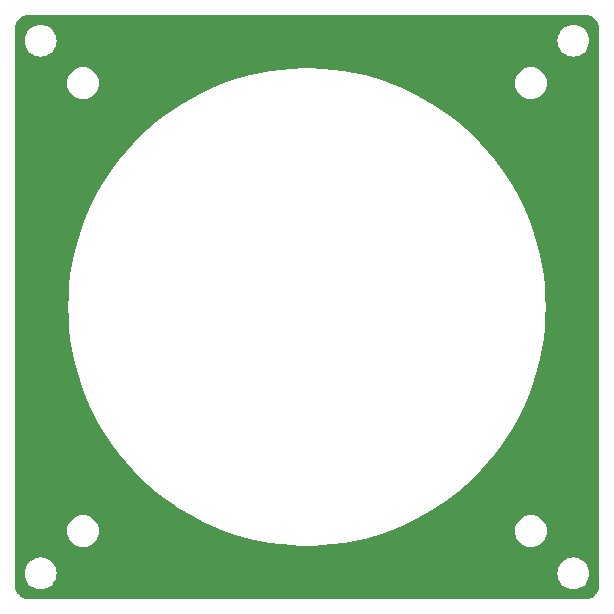
<source format=gbr>
%TF.GenerationSoftware,KiCad,Pcbnew,7.0.5*%
%TF.CreationDate,2024-08-05T01:16:24+08:00*%
%TF.ProjectId,TPS,5450532e-6b69-4636-9164-5f7063625858,rev?*%
%TF.SameCoordinates,Original*%
%TF.FileFunction,Copper,L1,Top*%
%TF.FilePolarity,Positive*%
%FSLAX46Y46*%
G04 Gerber Fmt 4.6, Leading zero omitted, Abs format (unit mm)*
G04 Created by KiCad (PCBNEW 7.0.5) date 2024-08-05 01:16:24*
%MOMM*%
%LPD*%
G01*
G04 APERTURE LIST*
G04 APERTURE END LIST*
%TA.AperFunction,NonConductor*%
G36*
X86707426Y-55686691D02*
G01*
X86710040Y-55686896D01*
X86762011Y-55690986D01*
X86902579Y-55703285D01*
X86920698Y-55706236D01*
X87000242Y-55725333D01*
X87001699Y-55725702D01*
X87088318Y-55748912D01*
X87111714Y-55755181D01*
X87119400Y-55757790D01*
X87168484Y-55778120D01*
X87204737Y-55793136D01*
X87207156Y-55794201D01*
X87304970Y-55839813D01*
X87311140Y-55843128D01*
X87353965Y-55869371D01*
X87391767Y-55892537D01*
X87394927Y-55894608D01*
X87481606Y-55955302D01*
X87486285Y-55958924D01*
X87558840Y-56020892D01*
X87562389Y-56024173D01*
X87636824Y-56098608D01*
X87640109Y-56102162D01*
X87702070Y-56174708D01*
X87705707Y-56179406D01*
X87766385Y-56266064D01*
X87768461Y-56269231D01*
X87817863Y-56349845D01*
X87821193Y-56356043D01*
X87866780Y-56453804D01*
X87867870Y-56456281D01*
X87903208Y-56541598D01*
X87905817Y-56549284D01*
X87935277Y-56659226D01*
X87935676Y-56660800D01*
X87954760Y-56740290D01*
X87957714Y-56758430D01*
X87970014Y-56899024D01*
X87974309Y-56953572D01*
X87974500Y-56958440D01*
X87974500Y-103927559D01*
X87974309Y-103932427D01*
X87970014Y-103986974D01*
X87957714Y-104127568D01*
X87954760Y-104145708D01*
X87935676Y-104225198D01*
X87935277Y-104226772D01*
X87905817Y-104336714D01*
X87903208Y-104344400D01*
X87867870Y-104429717D01*
X87866780Y-104432194D01*
X87821193Y-104529955D01*
X87817863Y-104536153D01*
X87768461Y-104616767D01*
X87766385Y-104619934D01*
X87705707Y-104706592D01*
X87702062Y-104711300D01*
X87640118Y-104783827D01*
X87636812Y-104787403D01*
X87562403Y-104861812D01*
X87558827Y-104865118D01*
X87486300Y-104927062D01*
X87481592Y-104930707D01*
X87394934Y-104991385D01*
X87391767Y-104993461D01*
X87311153Y-105042863D01*
X87304955Y-105046193D01*
X87207194Y-105091780D01*
X87204717Y-105092870D01*
X87119400Y-105128208D01*
X87111714Y-105130817D01*
X87001772Y-105160277D01*
X87000198Y-105160676D01*
X86920708Y-105179760D01*
X86902568Y-105182714D01*
X86761974Y-105195014D01*
X86707427Y-105199309D01*
X86702559Y-105199500D01*
X39733441Y-105199500D01*
X39728573Y-105199309D01*
X39674024Y-105195014D01*
X39533430Y-105182714D01*
X39515290Y-105179760D01*
X39435800Y-105160676D01*
X39434226Y-105160277D01*
X39324284Y-105130817D01*
X39316598Y-105128208D01*
X39231281Y-105092870D01*
X39228804Y-105091780D01*
X39131043Y-105046193D01*
X39124845Y-105042863D01*
X39044231Y-104993461D01*
X39041064Y-104991385D01*
X39008182Y-104968361D01*
X38954399Y-104930702D01*
X38949708Y-104927070D01*
X38877162Y-104865109D01*
X38873608Y-104861824D01*
X38799173Y-104787389D01*
X38795892Y-104783840D01*
X38733924Y-104711285D01*
X38730302Y-104706606D01*
X38669608Y-104619927D01*
X38667537Y-104616767D01*
X38650182Y-104588448D01*
X38618128Y-104536140D01*
X38614813Y-104529970D01*
X38569201Y-104432156D01*
X38568136Y-104429737D01*
X38553120Y-104393484D01*
X38532790Y-104344400D01*
X38530181Y-104336714D01*
X38513350Y-104273901D01*
X38500702Y-104226699D01*
X38500333Y-104225242D01*
X38481236Y-104145698D01*
X38478285Y-104127579D01*
X38465984Y-103986974D01*
X38461691Y-103932426D01*
X38461500Y-103927560D01*
X38461500Y-103000000D01*
X39305341Y-103000000D01*
X39325936Y-103235403D01*
X39325938Y-103235413D01*
X39387094Y-103463655D01*
X39387096Y-103463659D01*
X39387097Y-103463663D01*
X39437030Y-103570745D01*
X39486964Y-103677828D01*
X39486965Y-103677830D01*
X39622505Y-103871402D01*
X39789597Y-104038494D01*
X39983169Y-104174034D01*
X39983171Y-104174035D01*
X40197337Y-104273903D01*
X40425592Y-104335063D01*
X40602032Y-104350499D01*
X40602033Y-104350500D01*
X40602034Y-104350500D01*
X40719967Y-104350500D01*
X40719967Y-104350499D01*
X40896408Y-104335063D01*
X41124663Y-104273903D01*
X41338829Y-104174035D01*
X41532401Y-104038495D01*
X41699495Y-103871401D01*
X41835035Y-103677830D01*
X41934903Y-103463663D01*
X41996063Y-103235408D01*
X42016659Y-103000000D01*
X84419341Y-103000000D01*
X84439936Y-103235403D01*
X84439938Y-103235413D01*
X84501094Y-103463655D01*
X84501096Y-103463659D01*
X84501097Y-103463663D01*
X84551031Y-103570745D01*
X84600964Y-103677828D01*
X84600965Y-103677830D01*
X84736505Y-103871402D01*
X84903597Y-104038494D01*
X85097169Y-104174034D01*
X85097171Y-104174035D01*
X85311337Y-104273903D01*
X85539592Y-104335063D01*
X85716032Y-104350499D01*
X85716033Y-104350500D01*
X85716034Y-104350500D01*
X85833967Y-104350500D01*
X85833967Y-104350499D01*
X86010408Y-104335063D01*
X86238663Y-104273903D01*
X86452829Y-104174035D01*
X86646401Y-104038495D01*
X86813495Y-103871401D01*
X86949035Y-103677830D01*
X87048903Y-103463663D01*
X87110063Y-103235408D01*
X87130659Y-103000000D01*
X87110063Y-102764592D01*
X87048903Y-102536337D01*
X86949035Y-102322171D01*
X86949034Y-102322169D01*
X86813494Y-102128597D01*
X86646402Y-101961505D01*
X86452830Y-101825965D01*
X86452828Y-101825964D01*
X86345746Y-101776031D01*
X86238663Y-101726097D01*
X86238659Y-101726096D01*
X86238655Y-101726094D01*
X86010413Y-101664938D01*
X86010403Y-101664936D01*
X85833967Y-101649500D01*
X85833966Y-101649500D01*
X85716034Y-101649500D01*
X85716033Y-101649500D01*
X85539596Y-101664936D01*
X85539586Y-101664938D01*
X85311344Y-101726094D01*
X85311335Y-101726098D01*
X85097171Y-101825964D01*
X85097169Y-101825965D01*
X84903597Y-101961505D01*
X84736506Y-102128597D01*
X84736501Y-102128604D01*
X84600967Y-102322165D01*
X84600965Y-102322169D01*
X84501098Y-102536335D01*
X84501094Y-102536344D01*
X84439938Y-102764586D01*
X84439936Y-102764596D01*
X84419341Y-102999999D01*
X84419341Y-103000000D01*
X42016659Y-103000000D01*
X41996063Y-102764592D01*
X41934903Y-102536337D01*
X41835035Y-102322171D01*
X41835034Y-102322169D01*
X41699494Y-102128597D01*
X41532402Y-101961505D01*
X41338830Y-101825965D01*
X41338828Y-101825964D01*
X41231746Y-101776030D01*
X41124663Y-101726097D01*
X41124659Y-101726096D01*
X41124655Y-101726094D01*
X40896413Y-101664938D01*
X40896403Y-101664936D01*
X40719967Y-101649500D01*
X40719966Y-101649500D01*
X40602034Y-101649500D01*
X40602033Y-101649500D01*
X40425596Y-101664936D01*
X40425586Y-101664938D01*
X40197344Y-101726094D01*
X40197335Y-101726098D01*
X39983171Y-101825964D01*
X39983169Y-101825965D01*
X39789597Y-101961505D01*
X39622506Y-102128597D01*
X39622501Y-102128604D01*
X39486967Y-102322165D01*
X39486965Y-102322169D01*
X39387098Y-102536335D01*
X39387094Y-102536344D01*
X39325938Y-102764586D01*
X39325936Y-102764596D01*
X39305341Y-102999999D01*
X39305341Y-103000000D01*
X38461500Y-103000000D01*
X38461500Y-99400000D01*
X42905341Y-99400000D01*
X42925936Y-99635403D01*
X42925938Y-99635413D01*
X42987094Y-99863655D01*
X42987096Y-99863659D01*
X42987097Y-99863663D01*
X43037031Y-99970746D01*
X43086964Y-100077828D01*
X43086965Y-100077830D01*
X43222505Y-100271402D01*
X43389597Y-100438494D01*
X43583169Y-100574034D01*
X43583171Y-100574035D01*
X43797337Y-100673903D01*
X44025592Y-100735063D01*
X44202032Y-100750499D01*
X44202033Y-100750500D01*
X44202034Y-100750500D01*
X44319967Y-100750500D01*
X44319967Y-100750499D01*
X44496408Y-100735063D01*
X44724663Y-100673903D01*
X44938829Y-100574035D01*
X45132401Y-100438495D01*
X45299495Y-100271401D01*
X45435035Y-100077830D01*
X45534903Y-99863663D01*
X45596063Y-99635408D01*
X45616659Y-99400000D01*
X45596063Y-99164592D01*
X45534903Y-98936337D01*
X45435035Y-98722171D01*
X45435034Y-98722169D01*
X45299494Y-98528597D01*
X45132402Y-98361505D01*
X44938830Y-98225965D01*
X44938828Y-98225964D01*
X44831746Y-98176030D01*
X44724663Y-98126097D01*
X44724659Y-98126096D01*
X44724655Y-98126094D01*
X44496413Y-98064938D01*
X44496403Y-98064936D01*
X44319967Y-98049500D01*
X44319966Y-98049500D01*
X44202034Y-98049500D01*
X44202033Y-98049500D01*
X44025596Y-98064936D01*
X44025586Y-98064938D01*
X43797344Y-98126094D01*
X43797335Y-98126098D01*
X43583171Y-98225964D01*
X43583169Y-98225965D01*
X43389597Y-98361505D01*
X43222506Y-98528597D01*
X43222501Y-98528604D01*
X43086967Y-98722165D01*
X43086965Y-98722169D01*
X42987098Y-98936335D01*
X42987094Y-98936344D01*
X42925938Y-99164586D01*
X42925936Y-99164596D01*
X42905341Y-99399999D01*
X42905341Y-99400000D01*
X38461500Y-99400000D01*
X38461500Y-80443000D01*
X43012555Y-80443000D01*
X43032332Y-81336768D01*
X43091623Y-82228770D01*
X43190311Y-83117267D01*
X43328204Y-84000532D01*
X43328210Y-84000564D01*
X43505032Y-84876835D01*
X43505041Y-84876875D01*
X43720448Y-85744463D01*
X43720454Y-85744483D01*
X43974041Y-86601736D01*
X43974044Y-86601747D01*
X43974046Y-86601751D01*
X44265299Y-87446936D01*
X44593658Y-88278427D01*
X44958472Y-89094570D01*
X44958476Y-89094579D01*
X45359026Y-89893770D01*
X45359030Y-89893777D01*
X45794537Y-90674469D01*
X45794547Y-90674486D01*
X46264175Y-91435171D01*
X46264188Y-91435192D01*
X46766987Y-92174334D01*
X46942639Y-92409470D01*
X47302010Y-92890541D01*
X47868184Y-93582375D01*
X48464407Y-94248488D01*
X48464416Y-94248497D01*
X49089499Y-94887566D01*
X49742267Y-95498385D01*
X49742288Y-95498404D01*
X50242652Y-95926713D01*
X50421411Y-96079730D01*
X50421425Y-96079741D01*
X50421436Y-96079750D01*
X51125598Y-96630459D01*
X51125609Y-96630467D01*
X51853458Y-97149502D01*
X52324471Y-97454887D01*
X52603570Y-97635844D01*
X53374456Y-98088528D01*
X54164611Y-98506670D01*
X54164630Y-98506679D01*
X54164640Y-98506684D01*
X54619424Y-98722165D01*
X54972489Y-98889451D01*
X55796508Y-99236123D01*
X56635054Y-99546006D01*
X57486488Y-99818494D01*
X58349140Y-100053054D01*
X59221324Y-100249226D01*
X60101332Y-100406627D01*
X60101366Y-100406631D01*
X60101369Y-100406632D01*
X60987437Y-100524947D01*
X61247545Y-100548025D01*
X61877915Y-100603957D01*
X62771013Y-100643500D01*
X62771029Y-100643500D01*
X63664971Y-100643500D01*
X63664987Y-100643500D01*
X64558085Y-100603957D01*
X65275156Y-100540332D01*
X65448562Y-100524947D01*
X66142266Y-100432317D01*
X66334668Y-100406627D01*
X67214676Y-100249226D01*
X68086860Y-100053054D01*
X68949512Y-99818494D01*
X69800946Y-99546006D01*
X70196039Y-99400000D01*
X80819341Y-99400000D01*
X80839936Y-99635403D01*
X80839938Y-99635413D01*
X80901094Y-99863655D01*
X80901096Y-99863659D01*
X80901097Y-99863663D01*
X80951031Y-99970745D01*
X81000964Y-100077828D01*
X81000965Y-100077830D01*
X81136505Y-100271402D01*
X81303597Y-100438494D01*
X81497169Y-100574034D01*
X81497171Y-100574035D01*
X81711337Y-100673903D01*
X81939592Y-100735063D01*
X82116032Y-100750499D01*
X82116033Y-100750500D01*
X82116034Y-100750500D01*
X82233967Y-100750500D01*
X82233967Y-100750499D01*
X82410408Y-100735063D01*
X82638663Y-100673903D01*
X82852829Y-100574035D01*
X83046401Y-100438495D01*
X83213495Y-100271401D01*
X83349035Y-100077830D01*
X83448903Y-99863663D01*
X83510063Y-99635408D01*
X83530659Y-99400000D01*
X83510063Y-99164592D01*
X83448903Y-98936337D01*
X83349035Y-98722171D01*
X83349034Y-98722169D01*
X83213494Y-98528597D01*
X83046402Y-98361505D01*
X82852830Y-98225965D01*
X82852828Y-98225964D01*
X82745746Y-98176031D01*
X82638663Y-98126097D01*
X82638659Y-98126096D01*
X82638655Y-98126094D01*
X82410413Y-98064938D01*
X82410403Y-98064936D01*
X82233967Y-98049500D01*
X82233966Y-98049500D01*
X82116034Y-98049500D01*
X82116033Y-98049500D01*
X81939596Y-98064936D01*
X81939586Y-98064938D01*
X81711344Y-98126094D01*
X81711335Y-98126098D01*
X81497171Y-98225964D01*
X81497169Y-98225965D01*
X81303597Y-98361505D01*
X81136506Y-98528597D01*
X81136501Y-98528604D01*
X81000967Y-98722165D01*
X81000965Y-98722169D01*
X80901098Y-98936335D01*
X80901094Y-98936344D01*
X80839938Y-99164586D01*
X80839936Y-99164596D01*
X80819341Y-99399999D01*
X80819341Y-99400000D01*
X70196039Y-99400000D01*
X70639492Y-99236123D01*
X71463511Y-98889451D01*
X72271389Y-98506670D01*
X73061544Y-98088528D01*
X73832430Y-97635844D01*
X74582538Y-97149504D01*
X74589431Y-97144589D01*
X74764503Y-97019743D01*
X75310399Y-96630461D01*
X76014589Y-96079730D01*
X76693729Y-95498389D01*
X77346490Y-94887576D01*
X77971593Y-94248488D01*
X78567816Y-93582375D01*
X79133990Y-92890541D01*
X79669008Y-92174340D01*
X80171823Y-91435174D01*
X80641450Y-90674491D01*
X81076969Y-89893779D01*
X81477529Y-89094567D01*
X81842345Y-88278419D01*
X82170702Y-87446933D01*
X82461959Y-86601736D01*
X82715546Y-85744483D01*
X82930964Y-84876853D01*
X83107794Y-84000543D01*
X83245688Y-83117269D01*
X83344377Y-82228759D01*
X83403668Y-81336754D01*
X83423445Y-80443000D01*
X83403668Y-79549246D01*
X83344377Y-78657241D01*
X83245688Y-77768731D01*
X83107794Y-76885457D01*
X82930964Y-76009147D01*
X82715546Y-75141517D01*
X82461959Y-74284264D01*
X82170702Y-73439067D01*
X81842345Y-72607581D01*
X81477529Y-71791433D01*
X81477527Y-71791429D01*
X81477523Y-71791420D01*
X81076973Y-70992229D01*
X81076969Y-70992221D01*
X80641450Y-70211509D01*
X80171823Y-69450826D01*
X80171820Y-69450822D01*
X80171811Y-69450807D01*
X79669012Y-68711665D01*
X79579165Y-68591392D01*
X79133990Y-67995459D01*
X78567816Y-67303625D01*
X77971593Y-66637512D01*
X77874967Y-66538724D01*
X77346500Y-65998433D01*
X76693732Y-65387614D01*
X76693711Y-65387595D01*
X76014603Y-64806282D01*
X76014589Y-64806270D01*
X76014578Y-64806261D01*
X76014563Y-64806249D01*
X75310401Y-64255540D01*
X75310390Y-64255532D01*
X74582541Y-63736497D01*
X73832430Y-63250156D01*
X73061560Y-62797481D01*
X73061541Y-62797470D01*
X72445723Y-62471586D01*
X72271389Y-62379330D01*
X72271385Y-62379328D01*
X72271359Y-62379315D01*
X71463535Y-61996560D01*
X71463493Y-61996541D01*
X70639499Y-61649880D01*
X70639492Y-61649877D01*
X70639491Y-61649876D01*
X70196040Y-61486000D01*
X80819341Y-61486000D01*
X80839936Y-61721403D01*
X80839938Y-61721413D01*
X80901094Y-61949655D01*
X80901096Y-61949659D01*
X80901097Y-61949663D01*
X80922966Y-61996560D01*
X81000964Y-62163828D01*
X81000965Y-62163830D01*
X81136505Y-62357402D01*
X81303597Y-62524494D01*
X81497169Y-62660034D01*
X81497171Y-62660035D01*
X81711337Y-62759903D01*
X81939592Y-62821063D01*
X82116032Y-62836499D01*
X82116033Y-62836500D01*
X82116034Y-62836500D01*
X82233967Y-62836500D01*
X82233967Y-62836499D01*
X82410408Y-62821063D01*
X82638663Y-62759903D01*
X82852829Y-62660035D01*
X83046401Y-62524495D01*
X83213495Y-62357401D01*
X83349035Y-62163830D01*
X83448903Y-61949663D01*
X83510063Y-61721408D01*
X83530659Y-61486000D01*
X83510063Y-61250592D01*
X83448903Y-61022337D01*
X83349035Y-60808171D01*
X83349034Y-60808169D01*
X83213494Y-60614597D01*
X83046402Y-60447505D01*
X82852830Y-60311965D01*
X82852828Y-60311964D01*
X82745745Y-60262030D01*
X82638663Y-60212097D01*
X82638659Y-60212096D01*
X82638655Y-60212094D01*
X82410413Y-60150938D01*
X82410403Y-60150936D01*
X82233967Y-60135500D01*
X82233966Y-60135500D01*
X82116034Y-60135500D01*
X82116033Y-60135500D01*
X81939596Y-60150936D01*
X81939586Y-60150938D01*
X81711344Y-60212094D01*
X81711335Y-60212098D01*
X81497171Y-60311964D01*
X81497169Y-60311965D01*
X81303597Y-60447505D01*
X81136506Y-60614597D01*
X81136501Y-60614604D01*
X81000967Y-60808165D01*
X81000965Y-60808169D01*
X80901098Y-61022335D01*
X80901094Y-61022344D01*
X80839938Y-61250586D01*
X80839936Y-61250596D01*
X80819341Y-61485999D01*
X80819341Y-61486000D01*
X70196040Y-61486000D01*
X69800946Y-61339994D01*
X69800934Y-61339990D01*
X69800932Y-61339989D01*
X68949526Y-61067510D01*
X68949516Y-61067507D01*
X68949512Y-61067506D01*
X68086860Y-60832946D01*
X68086856Y-60832945D01*
X67214688Y-60636776D01*
X66774672Y-60558073D01*
X66334668Y-60479373D01*
X66334664Y-60479372D01*
X66334656Y-60479371D01*
X66334630Y-60479367D01*
X65448562Y-60361052D01*
X64558088Y-60282043D01*
X64417069Y-60275799D01*
X63664987Y-60242500D01*
X62771013Y-60242500D01*
X62056534Y-60274134D01*
X61877911Y-60282043D01*
X60987437Y-60361052D01*
X60101369Y-60479367D01*
X60101343Y-60479371D01*
X59221311Y-60636776D01*
X58349143Y-60832945D01*
X57486473Y-61067510D01*
X56635067Y-61339989D01*
X56635062Y-61339991D01*
X56635054Y-61339994D01*
X56619844Y-61345615D01*
X55796507Y-61649877D01*
X55796500Y-61649880D01*
X54972506Y-61996541D01*
X54972464Y-61996560D01*
X54164640Y-62379315D01*
X54164614Y-62379328D01*
X53374458Y-62797470D01*
X53374439Y-62797481D01*
X52603569Y-63250156D01*
X51853458Y-63736497D01*
X51125609Y-64255532D01*
X51125598Y-64255540D01*
X50421436Y-64806249D01*
X50421396Y-64806282D01*
X49742288Y-65387595D01*
X49742267Y-65387614D01*
X49089499Y-65998433D01*
X48464416Y-66637502D01*
X48464392Y-66637529D01*
X47868202Y-67303604D01*
X47868169Y-67303642D01*
X47302026Y-67995438D01*
X46766987Y-68711665D01*
X46264188Y-69450807D01*
X46264175Y-69450828D01*
X45794547Y-70211513D01*
X45794537Y-70211530D01*
X45359030Y-70992222D01*
X45359026Y-70992229D01*
X44958476Y-71791420D01*
X44958472Y-71791429D01*
X44593658Y-72607572D01*
X44265299Y-73439063D01*
X43974046Y-74284248D01*
X43720454Y-75141516D01*
X43720448Y-75141536D01*
X43505041Y-76009124D01*
X43505032Y-76009164D01*
X43328210Y-76885435D01*
X43328204Y-76885467D01*
X43190311Y-77768732D01*
X43091623Y-78657229D01*
X43032332Y-79549231D01*
X43012555Y-80443000D01*
X38461500Y-80443000D01*
X38461500Y-61486000D01*
X42905341Y-61486000D01*
X42925936Y-61721403D01*
X42925938Y-61721413D01*
X42987094Y-61949655D01*
X42987096Y-61949659D01*
X42987097Y-61949663D01*
X43008966Y-61996560D01*
X43086964Y-62163828D01*
X43086965Y-62163830D01*
X43222505Y-62357402D01*
X43389597Y-62524494D01*
X43583169Y-62660034D01*
X43583171Y-62660035D01*
X43797337Y-62759903D01*
X44025592Y-62821063D01*
X44202032Y-62836499D01*
X44202033Y-62836500D01*
X44202034Y-62836500D01*
X44319967Y-62836500D01*
X44319967Y-62836499D01*
X44496408Y-62821063D01*
X44724663Y-62759903D01*
X44938829Y-62660035D01*
X45132401Y-62524495D01*
X45299495Y-62357401D01*
X45435035Y-62163830D01*
X45534903Y-61949663D01*
X45596063Y-61721408D01*
X45616659Y-61486000D01*
X45596063Y-61250592D01*
X45534903Y-61022337D01*
X45435035Y-60808171D01*
X45435034Y-60808169D01*
X45299494Y-60614597D01*
X45132402Y-60447505D01*
X44938830Y-60311965D01*
X44938828Y-60311964D01*
X44831746Y-60262030D01*
X44724663Y-60212097D01*
X44724659Y-60212096D01*
X44724655Y-60212094D01*
X44496413Y-60150938D01*
X44496403Y-60150936D01*
X44319967Y-60135500D01*
X44319966Y-60135500D01*
X44202034Y-60135500D01*
X44202033Y-60135500D01*
X44025596Y-60150936D01*
X44025586Y-60150938D01*
X43797344Y-60212094D01*
X43797335Y-60212098D01*
X43583171Y-60311964D01*
X43583169Y-60311965D01*
X43389597Y-60447505D01*
X43222506Y-60614597D01*
X43222501Y-60614604D01*
X43086967Y-60808165D01*
X43086965Y-60808169D01*
X42987098Y-61022335D01*
X42987094Y-61022344D01*
X42925938Y-61250586D01*
X42925936Y-61250596D01*
X42905341Y-61485999D01*
X42905341Y-61486000D01*
X38461500Y-61486000D01*
X38461500Y-57886000D01*
X39305341Y-57886000D01*
X39325936Y-58121403D01*
X39325938Y-58121413D01*
X39387094Y-58349655D01*
X39387096Y-58349659D01*
X39387097Y-58349663D01*
X39437030Y-58456745D01*
X39486964Y-58563828D01*
X39486965Y-58563830D01*
X39622505Y-58757402D01*
X39789597Y-58924494D01*
X39983169Y-59060034D01*
X39983171Y-59060035D01*
X40197337Y-59159903D01*
X40425592Y-59221063D01*
X40602032Y-59236499D01*
X40602033Y-59236500D01*
X40602034Y-59236500D01*
X40719967Y-59236500D01*
X40719967Y-59236499D01*
X40896408Y-59221063D01*
X41124663Y-59159903D01*
X41338829Y-59060035D01*
X41532401Y-58924495D01*
X41699495Y-58757401D01*
X41835035Y-58563830D01*
X41934903Y-58349663D01*
X41996063Y-58121408D01*
X42016659Y-57886000D01*
X84419341Y-57886000D01*
X84439936Y-58121403D01*
X84439938Y-58121413D01*
X84501094Y-58349655D01*
X84501096Y-58349659D01*
X84501097Y-58349663D01*
X84551031Y-58456745D01*
X84600964Y-58563828D01*
X84600965Y-58563830D01*
X84736505Y-58757402D01*
X84903597Y-58924494D01*
X85097169Y-59060034D01*
X85097171Y-59060035D01*
X85311337Y-59159903D01*
X85539592Y-59221063D01*
X85716032Y-59236499D01*
X85716033Y-59236500D01*
X85716034Y-59236500D01*
X85833967Y-59236500D01*
X85833967Y-59236499D01*
X86010408Y-59221063D01*
X86238663Y-59159903D01*
X86452829Y-59060035D01*
X86646401Y-58924495D01*
X86813495Y-58757401D01*
X86949035Y-58563830D01*
X87048903Y-58349663D01*
X87110063Y-58121408D01*
X87130659Y-57886000D01*
X87110063Y-57650592D01*
X87048903Y-57422337D01*
X86949035Y-57208171D01*
X86949034Y-57208169D01*
X86813494Y-57014597D01*
X86646402Y-56847505D01*
X86452830Y-56711965D01*
X86452828Y-56711964D01*
X86338152Y-56658490D01*
X86238663Y-56612097D01*
X86238659Y-56612096D01*
X86238655Y-56612094D01*
X86010413Y-56550938D01*
X86010403Y-56550936D01*
X85833967Y-56535500D01*
X85833966Y-56535500D01*
X85716034Y-56535500D01*
X85716033Y-56535500D01*
X85539596Y-56550936D01*
X85539586Y-56550938D01*
X85311344Y-56612094D01*
X85311335Y-56612098D01*
X85097171Y-56711964D01*
X85097169Y-56711965D01*
X84903597Y-56847505D01*
X84736506Y-57014597D01*
X84736501Y-57014604D01*
X84600967Y-57208165D01*
X84600965Y-57208169D01*
X84501098Y-57422335D01*
X84501094Y-57422344D01*
X84439938Y-57650586D01*
X84439936Y-57650596D01*
X84419341Y-57885999D01*
X84419341Y-57886000D01*
X42016659Y-57886000D01*
X41996063Y-57650592D01*
X41934903Y-57422337D01*
X41835035Y-57208171D01*
X41835034Y-57208169D01*
X41699494Y-57014597D01*
X41532402Y-56847505D01*
X41338830Y-56711965D01*
X41338828Y-56711964D01*
X41224152Y-56658490D01*
X41124663Y-56612097D01*
X41124659Y-56612096D01*
X41124655Y-56612094D01*
X40896413Y-56550938D01*
X40896403Y-56550936D01*
X40719967Y-56535500D01*
X40719966Y-56535500D01*
X40602034Y-56535500D01*
X40602033Y-56535500D01*
X40425596Y-56550936D01*
X40425586Y-56550938D01*
X40197344Y-56612094D01*
X40197335Y-56612098D01*
X39983171Y-56711964D01*
X39983169Y-56711965D01*
X39789597Y-56847505D01*
X39622506Y-57014597D01*
X39622501Y-57014604D01*
X39486967Y-57208165D01*
X39486965Y-57208169D01*
X39387098Y-57422335D01*
X39387094Y-57422344D01*
X39325938Y-57650586D01*
X39325936Y-57650596D01*
X39305341Y-57885999D01*
X39305341Y-57886000D01*
X38461500Y-57886000D01*
X38461500Y-56958436D01*
X38461691Y-56953571D01*
X38465979Y-56899080D01*
X38478286Y-56758416D01*
X38481235Y-56740305D01*
X38500342Y-56660719D01*
X38500693Y-56659335D01*
X38530182Y-56549280D01*
X38532790Y-56541598D01*
X38535316Y-56535500D01*
X38568151Y-56456228D01*
X38569185Y-56453877D01*
X38614820Y-56356014D01*
X38618119Y-56349873D01*
X38667548Y-56269213D01*
X38669587Y-56266102D01*
X38730316Y-56179372D01*
X38733908Y-56174733D01*
X38795914Y-56102133D01*
X38799149Y-56098634D01*
X38873634Y-56024149D01*
X38877133Y-56020914D01*
X38949733Y-55958908D01*
X38954372Y-55955316D01*
X39041102Y-55894587D01*
X39044213Y-55892548D01*
X39124873Y-55843119D01*
X39131014Y-55839820D01*
X39228877Y-55794185D01*
X39231228Y-55793151D01*
X39316599Y-55757789D01*
X39324280Y-55755182D01*
X39434335Y-55725693D01*
X39435719Y-55725342D01*
X39515305Y-55706235D01*
X39533416Y-55703286D01*
X39674043Y-55690982D01*
X39721497Y-55687247D01*
X39728575Y-55686691D01*
X39733440Y-55686500D01*
X86702560Y-55686500D01*
X86707426Y-55686691D01*
G37*
%TD.AperFunction*%
M02*

</source>
